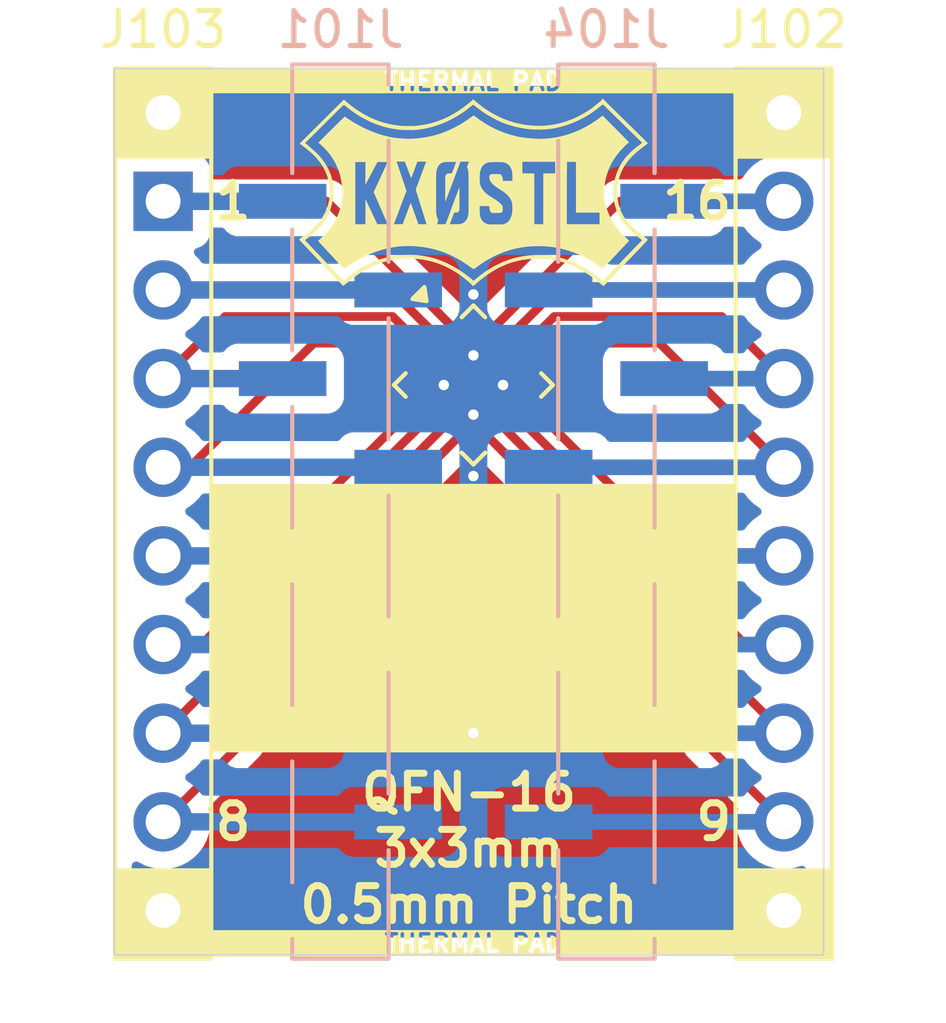
<source format=kicad_pcb>
(kicad_pcb (version 20241229) (generator "pcbnew") (generator_version "9.0")
  (layers (0 "F.Cu" signal) (2 "B.Cu" signal) (13 "F.Paste" user) (15 "B.Paste" user) (5 "F.SilkS" user "F.Silkscreen") (7 "B.SilkS" user "B.Silkscreen") (1 "F.Mask" user) (3 "B.Mask" user) (25 "Edge.Cuts" user))
  (net 0 "")
  (net 1 "/10")
  (net 2 "/3")
  (net 3 "/6")
  (net 4 "/8")
  (net 5 "/1")
  (net 6 "/7")
  (net 7 "/2")
  (net 8 "/9")
  (net 9 "/14")
  (net 10 "/16")
  (net 11 "/15")
  (net 12 "/17")
  (net 13 "/5")
  (net 14 "/4")
  (net 15 "/13")
  (net 16 "/12")
  (net 17 "/11")
  (footprint "Package_DFN_QFN:QFN-16-1EP_3x3mm_P0.5mm_EP1.7x1.7mm_ThermalVias" (layer "F.Cu") (at 130.81 117.022964 -45)
    (property "Reference" "U101" (hide yes))
    (property "Value" "QFN-16")
    (pad "1" smd roundrect (at -1.7165 -0.75 315) (size 1.2375 0.25) (layers "F.Cu" "F.Mask" "F.Paste") (net 5 "/1"))
    (pad "2" smd roundrect (at -1.7165 -0.25 315) (size 1.2375 0.25) (layers "F.Cu" "F.Mask" "F.Paste") (net 7 "/2"))
    (pad "3" smd roundrect (at -1.7165 0.25 315) (size 1.2375 0.25) (layers "F.Cu" "F.Mask" "F.Paste") (net 2 "/3"))
    (pad "4" smd roundrect (at -1.7165 0.75 315) (size 1.2375 0.25) (layers "F.Cu" "F.Mask" "F.Paste") (net 14 "/4"))
    (pad "5" smd roundrect (at -0.75 1.7165 315) (size 0.25 1.2375) (layers "F.Cu" "F.Mask" "F.Paste") (net 13 "/5"))
    (pad "6" smd roundrect (at -0.25 1.7165 315) (size 0.25 1.2375) (layers "F.Cu" "F.Mask" "F.Paste") (net 3 "/6"))
    (pad "7" smd roundrect (at 0.25 1.7165 315) (size 0.25 1.2375) (layers "F.Cu" "F.Mask" "F.Paste") (net 6 "/7"))
    (pad "8" smd roundrect (at 0.75 1.7165 315) (size 0.25 1.2375) (layers "F.Cu" "F.Mask" "F.Paste") (net 4 "/8"))
    (pad "9" smd roundrect (at 1.7165 0.75 315) (size 1.2375 0.25) (layers "F.Cu" "F.Mask" "F.Paste") (net 8 "/9"))
    (pad "10" smd roundrect (at 1.7165 0.25 315) (size 1.2375 0.25) (layers "F.Cu" "F.Mask" "F.Paste") (net 1 "/10"))
    (pad "11" smd roundrect (at 1.7165 -0.25 315) (size 1.2375 0.25) (layers "F.Cu" "F.Mask" "F.Paste") (net 17 "/11"))
    (pad "12" smd roundrect (at 1.7165 -0.75 315) (size 1.2375 0.25) (layers "F.Cu" "F.Mask" "F.Paste") (net 16 "/12"))
    (pad "13" smd roundrect (at 0.75 -1.7165 315) (size 0.25 1.2375) (layers "F.Cu" "F.Mask" "F.Paste") (net 15 "/13"))
    (pad "14" smd roundrect (at 0.25 -1.7165 315) (size 0.25 1.2375) (layers "F.Cu" "F.Mask" "F.Paste") (net 9 "/14"))
    (pad "15" smd roundrect (at -0.25 -1.7165 315) (size 0.25 1.2375) (layers "F.Cu" "F.Mask" "F.Paste") (net 11 "/15"))
    (pad "16" smd roundrect (at -0.75 -1.7165 315) (size 0.25 1.2375) (layers "F.Cu" "F.Mask" "F.Paste") (net 10 "/16"))
    (pad "17" thru_hole circle (at -0.6 -0.6 315) (size 0.5 0.5) (drill 0.3) (property pad_prop_heatsink) (layers "*.Cu") (net 12 "/17"))
    (pad "17" thru_hole circle (at -0.6 0.6 315) (size 0.5 0.5) (drill 0.3) (property pad_prop_heatsink) (layers "*.Cu") (net 12 "/17"))
    (pad "17" smd rect (at 0 0 315) (size 1.7 1.7) (property pad_prop_heatsink) (layers "F.Cu" "F.Mask") (net 12 "/17"))
    (pad "17" smd rect (at 0 0 315) (size 1.7 1.7) (property pad_prop_heatsink) (layers "B.Cu") (net 12 "/17"))
    (pad "17" thru_hole circle (at 0.6 -0.6 315) (size 0.5 0.5) (drill 0.3) (property pad_prop_heatsink) (layers "*.Cu") (net 12 "/17"))
    (pad "17" thru_hole circle (at 0.6 0.6 315) (size 0.5 0.5) (drill 0.3) (property pad_prop_heatsink) (layers "*.Cu") (net 12 "/17"))
  )
  (footprint "Connector_PinHeader_2.54mm:PinHeader_1x10_P2.54mm_Vertical" (layer "F.Cu") (at 121.92 109.22)
    (property "Reference" "J103" (at 0 -2.38 0) (layer "F.SilkS"))
    (property "Value" "Conn_01x10")
    (pad "1" thru_hole circle (at 0 0) (size 1.7 1.7) (drill 1) (layers "*.Cu" "*.Mask") (net 12 "/17"))
    (pad "2" thru_hole rect (at 0 2.54) (size 1.7 1.7) (drill 1) (layers "*.Cu" "*.Mask") (net 5 "/1"))
    (pad "3" thru_hole circle (at 0 5.079999) (size 1.7 1.7) (drill 1) (layers "*.Cu" "*.Mask") (net 7 "/2"))
    (pad "4" thru_hole circle (at 0 7.62) (size 1.7 1.7) (drill 1) (layers "*.Cu" "*.Mask") (net 2 "/3"))
    (pad "5" thru_hole circle (at 0 10.16) (size 1.7 1.7) (drill 1) (layers "*.Cu" "*.Mask") (net 14 "/4"))
    (pad "6" thru_hole circle (at 0 12.7) (size 1.7 1.7) (drill 1) (layers "*.Cu" "*.Mask") (net 13 "/5"))
    (pad "7" thru_hole circle (at 0 15.24) (size 1.7 1.7) (drill 1) (layers "*.Cu" "*.Mask") (net 3 "/6"))
    (pad "8" thru_hole circle (at 0 17.780001) (size 1.7 1.7) (drill 1) (layers "*.Cu" "*.Mask") (net 6 "/7"))
    (pad "9" thru_hole circle (at 0 20.32) (size 1.7 1.7) (drill 1) (layers "*.Cu" "*.Mask") (net 4 "/8"))
    (pad "10" thru_hole circle (at 0 22.86) (size 1.7 1.7) (drill 1) (layers "*.Cu" "*.Mask") (net 12 "/17"))
  )
  (footprint "libraries:Logo_10mm_inv" (layer "F.Cu") (at 130.81 111.506)
    (property "Reference" "G***" (hide yes))
    (property "Value" "LOGO" (hide yes))
  )
  (footprint "Connector_PinHeader_2.54mm:PinHeader_1x10_P2.54mm_Vertical" (layer "F.Cu") (at 139.7 109.220001)
    (property "Reference" "J102" (at 0 -2.38 0) (layer "F.SilkS"))
    (property "Value" "Conn_01x18")
    (pad "1" thru_hole circle (at 0 0) (size 1.7 1.7) (drill 1) (layers "*.Cu" "*.Mask") (net 12 "/17"))
    (pad "2" thru_hole circle (at 0 2.54) (size 1.7 1.7) (drill 1) (layers "*.Cu" "*.Mask") (net 10 "/16"))
    (pad "3" thru_hole circle (at 0 5.08) (size 1.7 1.7) (drill 1) (layers "*.Cu" "*.Mask") (net 11 "/15"))
    (pad "4" thru_hole circle (at 0 7.62) (size 1.7 1.7) (drill 1) (layers "*.Cu" "*.Mask") (net 9 "/14"))
    (pad "5" thru_hole circle (at 0 10.16) (size 1.7 1.7) (drill 1) (layers "*.Cu" "*.Mask") (net 15 "/13"))
    (pad "6" thru_hole circle (at 0 12.7) (size 1.7 1.7) (drill 1) (layers "*.Cu" "*.Mask") (net 16 "/12"))
    (pad "7" thru_hole circle (at 0 15.24) (size 1.7 1.7) (drill 1) (layers "*.Cu" "*.Mask") (net 17 "/11"))
    (pad "8" thru_hole circle (at 0 17.78) (size 1.7 1.7) (drill 1) (layers "*.Cu" "*.Mask") (net 1 "/10"))
    (pad "9" thru_hole circle (at 0 20.32) (size 1.7 1.7) (drill 1) (layers "*.Cu" "*.Mask") (net 8 "/9"))
    (pad "10" thru_hole circle (at 0 22.86) (size 1.7 1.7) (drill 1) (layers "*.Cu" "*.Mask") (net 12 "/17"))
  )
  (footprint "Connector_PinHeader_2.54mm:PinHeader_1x10_P2.54mm_Vertical_SMD_Pin1Left" (layer "B.Cu") (at 127 120.65 180)
    (property "Reference" "J101" (at 0 13.81 0) (layer "B.SilkS") (effects (justify mirror)))
    (property "Value" "Conn_01x18")
    (pad "1" smd rect (at -1.655 11.43 180) (size 2.51 1) (layers "B.Cu" "B.Mask" "B.Paste") (net 12 "/17"))
    (pad "2" smd rect (at 1.655 8.89 180) (size 2.51 1) (layers "B.Cu" "B.Mask" "B.Paste") (net 5 "/1"))
    (pad "3" smd rect (at -1.655 6.35 180) (size 2.51 1) (layers "B.Cu" "B.Mask" "B.Paste") (net 7 "/2"))
    (pad "4" smd rect (at 1.655 3.81 180) (size 2.51 1) (layers "B.Cu" "B.Mask" "B.Paste") (net 2 "/3"))
    (pad "5" smd rect (at -1.655 1.27 180) (size 2.51 1) (layers "B.Cu" "B.Mask" "B.Paste") (net 14 "/4"))
    (pad "6" smd rect (at 1.655 -1.27 180) (size 2.51 1) (layers "B.Cu" "B.Mask" "B.Paste") (net 13 "/5"))
    (pad "7" smd rect (at -1.655 -3.81 180) (size 2.51 1) (layers "B.Cu" "B.Mask" "B.Paste") (net 3 "/6"))
    (pad "8" smd rect (at 1.655 -6.35 180) (size 2.51 1) (layers "B.Cu" "B.Mask" "B.Paste") (net 6 "/7"))
    (pad "9" smd rect (at -1.655 -8.89 180) (size 2.51 1) (layers "B.Cu" "B.Mask" "B.Paste") (net 4 "/8"))
    (pad "10" smd rect (at 1.655 -11.43 180) (size 2.51 1) (layers "B.Cu" "B.Mask" "B.Paste") (net 12 "/17"))
  )
  (footprint "Connector_PinHeader_2.54mm:PinHeader_1x10_P2.54mm_Vertical_SMD_Pin1Right" (layer "B.Cu") (at 134.62 120.65 180)
    (property "Reference" "J104" (at 0 13.81 0) (layer "B.SilkS") (effects (justify mirror)))
    (property "Value" "Conn_01x18")
    (pad "1" smd rect (at 1.655 11.43 180) (size 2.51 1) (layers "B.Cu" "B.Mask" "B.Paste") (net 12 "/17"))
    (pad "2" smd rect (at -1.655 8.89 180) (size 2.51 1) (layers "B.Cu" "B.Mask" "B.Paste") (net 10 "/16"))
    (pad "3" smd rect (at 1.655 6.35 180) (size 2.51 1) (layers "B.Cu" "B.Mask" "B.Paste") (net 11 "/15"))
    (pad "4" smd rect (at -1.655 3.81 180) (size 2.51 1) (layers "B.Cu" "B.Mask" "B.Paste") (net 9 "/14"))
    (pad "5" smd rect (at 1.655 1.27 180) (size 2.51 1) (layers "B.Cu" "B.Mask" "B.Paste") (net 15 "/13"))
    (pad "6" smd rect (at -1.655 -1.27 180) (size 2.51 1) (layers "B.Cu" "B.Mask" "B.Paste") (net 16 "/12"))
    (pad "7" smd rect (at 1.655 -3.81 180) (size 2.51 1) (layers "B.Cu" "B.Mask" "B.Paste") (net 17 "/11"))
    (pad "8" smd rect (at -1.655 -6.35 180) (size 2.51 1) (layers "B.Cu" "B.Mask" "B.Paste") (net 1 "/10"))
    (pad "9" smd rect (at 1.655 -8.89 180) (size 2.51 1) (layers "B.Cu" "B.Mask" "B.Paste") (net 8 "/9"))
    (pad "10" smd rect (at -1.655 -11.43 180) (size 2.51 1) (layers "B.Cu" "B.Mask" "B.Paste") (net 12 "/17"))
  )
  (gr_poly (pts (xy 128.217921 108.616536) (xy 123.308753 108.613095) (xy 123.317 108.005245) (xy 128.222231 108.003419)) (stroke (width 0.1)) (fill yes) (layer "F.SilkS"))
  (gr_rect (start 138.359272 130.920001) (end 141.08 133.460001) (stroke (width 0.1)) (fill yes) (layer "F.SilkS"))
  (gr_rect (start 120.54 130.920001) (end 123.260285 133.460001) (stroke (width 0.1)) (fill yes) (layer "F.SilkS"))
  (gr_poly (pts (xy 138.334259 133.304877) (xy 133.354677 133.306342) (xy 133.350165 132.690264) (xy 138.329748 132.688799)) (stroke (width 0.1)) (fill yes) (layer "F.SilkS"))
  (gr_rect (start 138.37327 107.95) (end 141.08 110.49) (stroke (width 0.1)) (fill yes) (layer "F.SilkS"))
  (gr_rect (start 120.54 107.95) (end 123.258513 110.49) (stroke (width 0.1)) (fill yes) (layer "F.SilkS"))
  (gr_poly (pts (xy 138.334259 108.616904) (xy 133.359354 108.615113) (xy 133.359084 108.003637) (xy 138.329748 108.000826)) (stroke (width 0.1)) (fill yes) (layer "F.SilkS"))
  (gr_rect (start 123.362999 119.905359) (end 138.317999 127.499359) (stroke (width 0.1)) (fill yes) (layer "F.SilkS"))
  (gr_poly (pts (xy 128.223487 133.351829) (xy 123.321922 133.353986) (xy 123.317 132.693218) (xy 128.218566 132.691061)) (stroke (width 0.1)) (fill yes) (layer "F.SilkS"))
  (gr_rect (start 120.521999 107.953359) (end 140.841999 133.353359) (stroke (width 0.05)) (fill no) (layer "Edge.Cuts"))
  (gr_text "THERMAL PAD" (at 130.81 133.020539 0) (layer "F.SilkS" knockout) (effects (font (size 0.5 0.5) (thickness 0.1) (bold yes))))
  (gr_text "THERMAL PAD" (at 130.81 108.332566 0) (layer "F.SilkS" knockout) (effects (font (size 0.5 0.5) (thickness 0.1) (bold yes))))
  (gr_text "9" (at 138.303 129.54 0) (layer "F.SilkS") (effects (font (size 1 1) (thickness 0.2) (bold yes)) (justify right)))
  (gr_text "8" (at 123.317 129.54 0) (layer "F.SilkS") (effects (font (size 1 1) (thickness 0.2) (bold yes)) (justify left)))
  (gr_text "1" (at 123.317 111.76 0) (layer "F.SilkS") (effects (font (size 1 1) (thickness 0.2) (bold yes)) (justify left)))
  (gr_text "QFN-16\n3x3mm\n0.5mm Pitch" (at 130.681999 132.499624 0) (layer "F.SilkS") (effects (font (size 1 1) (thickness 0.2) (bold yes)) (justify bottom)))
  (gr_text "16" (at 138.303 111.76 0) (layer "F.SilkS") (effects (font (size 1 1) (thickness 0.2) (bold yes)) (justify right)))
  (segment (start 137.922 124.488517) (end 137.922 125.222001) (width 0.25) (layer "F.Cu") (net 1))
  (segment (start 131.846972 118.413489) (end 137.922 124.488517) (width 0.25) (layer "F.Cu") (net 1))
  (segment (start 137.922 125.222001) (end 139.7 127.000001) (width 0.25) (layer "F.Cu") (net 1))
  (segment (start 136.275 127) (end 139.699999 127) (width 0.45) (layer "B.Cu") (net 1))
  (segment (start 139.699999 127) (end 139.7 127.000001) (width 0.45) (layer "B.Cu") (net 1))
  (segment (start 123.698 115.062) (end 121.92 116.84) (width 0.25) (layer "F.Cu") (net 2))
  (segment (start 128.495483 115.062) (end 123.698 115.062) (width 0.25) (layer "F.Cu") (net 2))
  (segment (start 129.419475 115.985992) (end 128.495483 115.062) (width 0.25) (layer "F.Cu") (net 2))
  (segment (start 124.61 116.84) (end 121.92 116.84) (width 0.5) (layer "B.Cu") (net 2))
  (segment (start 129.419475 118.059936) (end 123.019411 124.46) (width 0.25) (layer "F.Cu") (net 3))
  (segment (start 123.019411 124.46) (end 121.92 124.46) (width 0.25) (layer "F.Cu") (net 3))
  (segment (start 121.92 124.46) (end 127.92 124.46) (width 0.5) (layer "B.Cu") (net 3))
  (segment (start 124.206 124.687624) (end 130.126581 118.767043) (width 0.25) (layer "F.Cu") (net 4))
  (segment (start 121.92 129.54) (end 124.206 127.254) (width 0.25) (layer "F.Cu") (net 4))
  (segment (start 124.206 127.254) (end 124.206 124.687624) (width 0.25) (layer "F.Cu") (net 4))
  (segment (start 121.92 129.54) (end 127.92 129.54) (width 0.5) (layer "B.Cu") (net 4))
  (segment (start 126.607696 111.76) (end 121.92 111.76) (width 0.25) (layer "F.Cu") (net 5))
  (segment (start 130.126581 115.278885) (end 126.607696 111.76) (width 0.25) (layer "F.Cu") (net 5))
  (segment (start 124.61 111.76) (end 121.92 111.76) (width 0.5) (layer "B.Cu") (net 5))
  (segment (start 123.698 124.488517) (end 123.698 125.222001) (width 0.25) (layer "F.Cu") (net 6))
  (segment (start 123.698 125.222001) (end 121.92 127.000001) (width 0.25) (layer "F.Cu") (net 6))
  (segment (start 129.773028 118.413489) (end 123.698 124.488517) (width 0.25) (layer "F.Cu") (net 6))
  (segment (start 121.920001 127) (end 121.92 127.000001) (width 0.5) (layer "B.Cu") (net 6))
  (segment (start 124.61 127) (end 121.920001 127) (width 0.5) (layer "B.Cu") (net 6))
  (segment (start 128.440588 114.299999) (end 121.92 114.299999) (width 0.25) (layer "F.Cu") (net 7))
  (segment (start 129.773028 115.632439) (end 128.440588 114.299999) (width 0.25) (layer "F.Cu") (net 7))
  (segment (start 121.92 114.299999) (end 127.919999 114.299999) (width 0.5) (layer "B.Cu") (net 7))
  (segment (start 127.919999 114.299999) (end 127.92 114.3) (width 0.5) (layer "B.Cu") (net 7))
  (segment (start 137.414 127.254001) (end 137.414 124.687624) (width 0.25) (layer "F.Cu") (net 8))
  (segment (start 139.7 129.540001) (end 137.414 127.254001) (width 0.25) (layer "F.Cu") (net 8))
  (segment (start 137.414 124.687624) (end 131.493419 118.767043) (width 0.25) (layer "F.Cu") (net 8))
  (segment (start 139.699999 129.54) (end 139.7 129.540001) (width 0.45) (layer "B.Cu") (net 8))
  (segment (start 132.965 129.54) (end 139.699999 129.54) (width 0.45) (layer "B.Cu") (net 8))
  (segment (start 132.200525 115.985992) (end 133.124517 115.062) (width 0.25) (layer "F.Cu") (net 9))
  (segment (start 133.124517 115.062) (end 137.921999 115.062) (width 0.25) (layer "F.Cu") (net 9))
  (segment (start 137.921999 115.062) (end 139.7 116.840001) (width 0.25) (layer "F.Cu") (net 9))
  (segment (start 136.275 116.84) (end 139.699999 116.84) (width 0.45) (layer "B.Cu") (net 9))
  (segment (start 139.699999 116.84) (end 139.7 116.840001) (width 0.45) (layer "B.Cu") (net 9))
  (segment (start 131.493419 115.278885) (end 135.012303 111.760001) (width 0.25) (layer "F.Cu") (net 10))
  (segment (start 135.012303 111.760001) (end 139.7 111.760001) (width 0.25) (layer "F.Cu") (net 10))
  (segment (start 136.275 111.76) (end 139.699999 111.76) (width 0.45) (layer "B.Cu") (net 10))
  (segment (start 139.699999 111.76) (end 139.7 111.760001) (width 0.45) (layer "B.Cu") (net 10))
  (segment (start 133.17941 114.300001) (end 139.7 114.300001) (width 0.25) (layer "F.Cu") (net 11))
  (segment (start 131.846972 115.632439) (end 133.17941 114.300001) (width 0.25) (layer "F.Cu") (net 11))
  (segment (start 132.965 114.3) (end 139.699999 114.3) (width 0.45) (layer "B.Cu") (net 11))
  (segment (start 139.699999 114.3) (end 139.7 114.300001) (width 0.45) (layer "B.Cu") (net 11))
  (via (at 130.81 127) (size 0.6) (drill 0.3) (layers "F.Cu" "B.Cu") (net 12))
  (via (at 130.81 114.427) (size 0.6) (drill 0.3) (layers "F.Cu" "B.Cu") (net 12))
  (via (at 130.81 119.634) (size 0.6) (drill 0.3) (layers "F.Cu" "B.Cu") (net 12))
  (segment (start 136.275 132.08) (end 139.699999 132.08) (width 0.45) (layer "B.Cu") (net 12))
  (segment (start 124.61 132.08) (end 121.92 132.08) (width 0.5) (layer "B.Cu") (net 12))
  (segment (start 132.965 109.22) (end 139.699999 109.22) (width 0.45) (layer "B.Cu") (net 12))
  (segment (start 127.92 109.22) (end 121.92 109.22) (width 0.5) (layer "B.Cu") (net 12))
  (segment (start 139.699999 132.08) (end 139.7 132.080001) (width 0.45) (layer "B.Cu") (net 12))
  (segment (start 139.699999 109.22) (end 139.7 109.220001) (width 0.45) (layer "B.Cu") (net 12))
  (segment (start 129.065921 117.706383) (end 124.852304 121.92) (width 0.25) (layer "F.Cu") (net 13))
  (segment (start 124.852304 121.92) (end 121.92 121.92) (width 0.25) (layer "F.Cu") (net 13))
  (segment (start 124.61 121.92) (end 121.92 121.92) (width 0.5) (layer "B.Cu") (net 13))
  (segment (start 122.682 119.38) (end 121.92 119.38) (width 0.25) (layer "F.Cu") (net 14))
  (segment (start 126.238 115.824) (end 122.682 119.38) (width 0.25) (layer "F.Cu") (net 14))
  (segment (start 129.065921 116.339545) (end 128.550376 115.824) (width 0.25) (layer "F.Cu") (net 14))
  (segment (start 128.550376 115.824) (end 126.238 115.824) (width 0.25) (layer "F.Cu") (net 14))
  (segment (start 121.92 119.38) (end 127.92 119.38) (width 0.5) (layer "B.Cu") (net 14))
  (segment (start 133.069624 115.824) (end 136.143999 115.824) (width 0.25) (layer "F.Cu") (net 15))
  (segment (start 136.143999 115.824) (end 139.7 119.380001) (width 0.25) (layer "F.Cu") (net 15))
  (segment (start 132.554079 116.339545) (end 133.069624 115.824) (width 0.25) (layer "F.Cu") (net 15))
  (segment (start 132.965 119.38) (end 139.699999 119.38) (width 0.45) (layer "B.Cu") (net 15))
  (segment (start 139.699999 119.38) (end 139.7 119.380001) (width 0.45) (layer "B.Cu") (net 15))
  (segment (start 136.767697 121.920001) (end 139.7 121.920001) (width 0.25) (layer "F.Cu") (net 16))
  (segment (start 132.554079 117.706383) (end 136.767697 121.920001) (width 0.25) (layer "F.Cu") (net 16))
  (segment (start 139.699999 121.92) (end 139.7 121.920001) (width 0.45) (layer "B.Cu") (net 16))
  (segment (start 136.275 121.92) (end 139.699999 121.92) (width 0.45) (layer "B.Cu") (net 16))
  (segment (start 132.200525 118.059936) (end 138.60059 124.460001) (width 0.25) (layer "F.Cu") (net 17))
  (segment (start 138.60059 124.460001) (end 139.7 124.460001) (width 0.25) (layer "F.Cu") (net 17))
  (segment (start 139.699999 124.46) (end 139.7 124.460001) (width 0.45) (layer "B.Cu") (net 17))
  (segment (start 132.965 124.46) (end 139.699999 124.46) (width 0.45) (layer "B.Cu") (net 17))
  (zone (net 12) (net_name "/17") (layers "F.Cu" "B.Cu") (priority 1) (connect_pads yes (clearance 0.5)) (min_thickness 0.25) (fill yes (thermal_gap 0.5) (thermal_bridge_width 0.5))
    (polygon (pts (xy 120.521999 107.953359) (xy 140.841999 107.953359) (xy 140.841999 133.353359) (xy 120.521999 133.353359)))
  )
)
</source>
